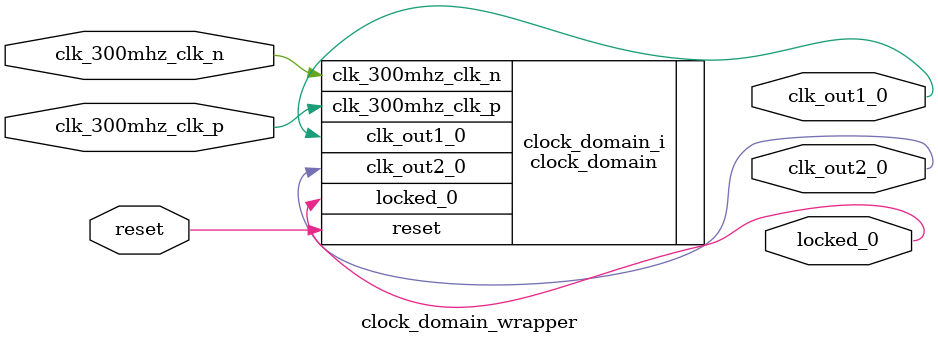
<source format=v>
`timescale 1 ps / 1 ps

module clock_domain_wrapper
   (clk_300mhz_clk_n,
    clk_300mhz_clk_p,
    clk_out1_0,
    clk_out2_0,
    locked_0,
    reset);
  input clk_300mhz_clk_n;
  input clk_300mhz_clk_p;
  output clk_out1_0;
  output clk_out2_0;
  output locked_0;
  input reset;

  wire clk_300mhz_clk_n;
  wire clk_300mhz_clk_p;
  wire clk_out1_0;
  wire clk_out2_0;
  wire locked_0;
  wire reset;

  clock_domain clock_domain_i
       (.clk_300mhz_clk_n(clk_300mhz_clk_n),
        .clk_300mhz_clk_p(clk_300mhz_clk_p),
        .clk_out1_0(clk_out1_0),
        .clk_out2_0(clk_out2_0),
        .locked_0(locked_0),
        .reset(reset));
endmodule

</source>
